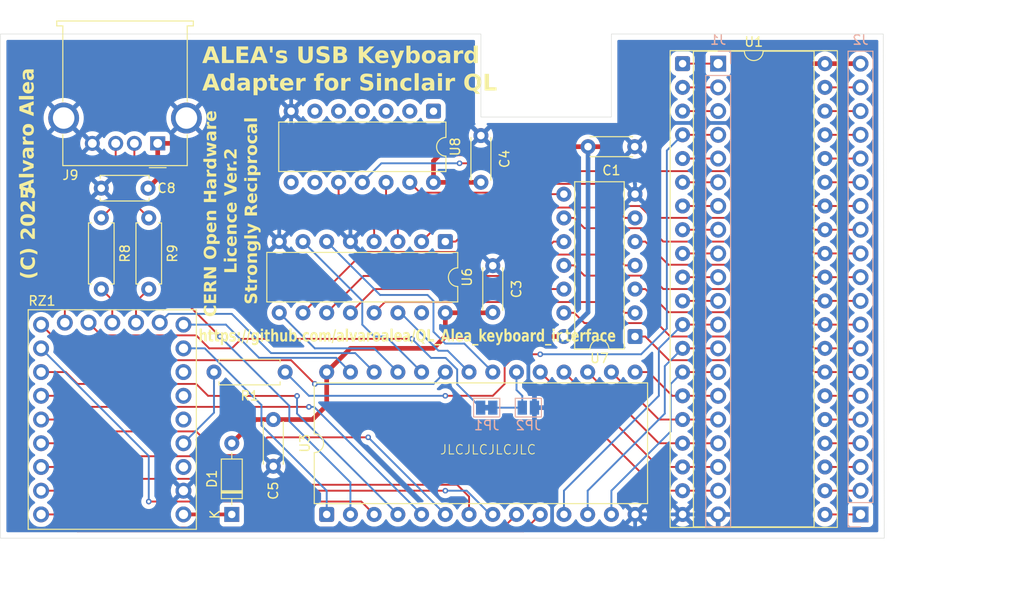
<source format=kicad_pcb>
(kicad_pcb (version 20241229) (generator "pcbnew") (generator_version "9.0")
  (title_block (title "Unknow Keyboard Interface for Sinclair QL") (date "2024-10-09") (rev "0") (company "by Alvaro Alea"))
  (layers (0 "F.Cu" signal) (2 "B.Cu" signal) (13 "F.Paste" user) (15 "B.Paste" user) (5 "F.SilkS" user "F.Silkscreen") (7 "B.SilkS" user "B.Silkscreen") (1 "F.Mask" user) (3 "B.Mask" user) (25 "Edge.Cuts" user))
  (net 0 "")
  (net 1 "GND")
  (net 2 "+5V")
  (net 3 "Net-(J1-Pin_6)")
  (net 4 "Net-(J1-Pin_2)")
  (net 5 "Net-(J1-Pin_8)")
  (net 6 "Net-(J1-Pin_5)")
  (net 7 "Net-(J1-Pin_7)")
  (net 8 "Net-(J1-Pin_1)")
  (net 9 "Net-(J1-Pin_3)")
  (net 10 "Net-(J2-Pin_5)")
  (net 11 "Net-(J2-Pin_2)")
  (net 12 "Net-(J2-Pin_1)")
  (net 13 "Net-(J2-Pin_3)")
  (net 14 "Net-(J2-Pin_6)")
  (net 15 "Net-(J2-Pin_4)")
  (net 16 "/KBI06")
  (net 17 "/KBI01")
  (net 18 "/KBI05")
  (net 19 "/KBI03")
  (net 20 "/KBI04")
  (net 21 "/KBI07")
  (net 22 "/KBI02")
  (net 23 "/KBI00")
  (net 24 "Net-(J2-Pin_18)")
  (net 25 "Net-(J2-Pin_19)")
  (net 26 "Net-(J2-Pin_16)")
  (net 27 "Net-(J2-Pin_15)")
  (net 28 "Net-(J2-Pin_17)")
  (net 29 "Net-(J1-Pin_9)")
  (net 30 "Net-(J1-Pin_11)")
  (net 31 "Net-(J1-Pin_10)")
  (net 32 "/KBO03")
  (net 33 "/KBO02")
  (net 34 "/KBO05")
  (net 35 "/KBO00")
  (net 36 "/KBO07")
  (net 37 "/KBO04")
  (net 38 "/KBO06")
  (net 39 "/KBO01")
  (net 40 "Net-(D1-K)")
  (net 41 "/D_P")
  (net 42 "/D_N")
  (net 43 "Net-(RZ1-GP11)")
  (net 44 "Net-(RZ1-GP12)")
  (net 47 "/R_A15")
  (net 48 "/R_A14")
  (net 49 "/R_A13")
  (net 57 "/R_A6")
  (net 58 "/R_A11")
  (net 59 "/R_A3")
  (net 60 "/R_A0")
  (net 61 "/R_A5")
  (net 62 "/R_A9")
  (net 63 "/R_A4")
  (net 64 "/R_A2")
  (net 65 "/R_A1")
  (net 66 "/R_A10")
  (net 67 "/R_A8")
  (net 68 "/R_A12")
  (net 69 "/R_A7")
  (net 70 "Net-(U6-I7)")
  (net 71 "Net-(U6-I6)")
  (net 72 "Net-(U6-I2)")
  (net 73 "Net-(U6-I3)")
  (net 74 "Net-(U6-I1)")
  (net 75 "Net-(U6-IO)")
  (net 76 "Net-(U6-I4)")
  (net 77 "Net-(U6-I5)")
  (net 78 "/ROM_OE")
  (net 79 "/RESET")
  (net 80 "/ROM_CE")
  (net 81 "Net-(JP1-A)")
  (net 82 "Net-(RZ1-GP29)")
  (footprint "Package_DIP:DIP-14_W7.62mm" (layer "F.Cu") (at 189.235 86.37 -90)
    (property "Reference" "U8")
    (property "Value" "74LS14")
  )
  (footprint "Resistor_THT:R_Axial_DIN0207_L6.3mm_D2.5mm_P7.62mm_Horizontal" (layer "F.Cu") (at 158.75 105.41 90)
    (property "Reference" "R9")
    (property "Value" "22")
  )
  (footprint "Package_DIP:DIP-40_W15.24mm_Socket" (layer "F.Cu") (at 215.9 81.28)
    (property "Reference" "U1")
    (property "Value" "SOCKET 40 PIN")
  )
  (footprint "Package_DIP:DIP-16_W7.62mm" (layer "F.Cu") (at 190.5 100.33 -90)
    (property "Reference" "U6")
    (property "Value" "74LS148")
  )
  (footprint "Capacitor_THT:C_Disc_D4.3mm_W1.9mm_P5.00mm" (layer "F.Cu") (at 172.085 124.38 90)
    (property "Reference" "C5")
    (property "Value" "100n")
  )
  (footprint "Capacitor_THT:C_Disc_D5.0mm_W2.5mm_P5.00mm" (layer "F.Cu") (at 158.67 94.615 180)
    (property "Reference" "C8")
    (property "Value" "100n")
  )
  (footprint "Capacitor_THT:C_Disc_D4.3mm_W1.9mm_P5.00mm" (layer "F.Cu") (at 194.31 93.98 90)
    (property "Reference" "C4")
    (property "Value" "100n")
  )
  (footprint "Diode_THT:D_DO-35_SOD27_P7.62mm_Horizontal" (layer "F.Cu") (at 167.64 129.54 90)
    (property "Reference" "D1")
    (property "Value" "1N4007")
  )
  (footprint "Connector_USB:USB_A_Molex_67643_Horizontal" (layer "F.Cu") (at 159.71 89.815 180)
    (property "Reference" "J9")
    (property "Value" "USB_A")
  )
  (footprint "Capacitor_THT:C_Disc_D4.3mm_W1.9mm_P5.00mm" (layer "F.Cu") (at 205.78 90.17)
    (property "Reference" "C1")
    (property "Value" "100n")
  )
  (footprint "Resistor_THT:R_Axial_DIN0207_L6.3mm_D2.5mm_P7.62mm_Horizontal" (layer "F.Cu") (at 165.735 114.3)
    (property "Reference" "R1")
    (property "Value" "1K")
  )
  (footprint "Capacitor_THT:C_Disc_D4.3mm_W1.9mm_P5.00mm" (layer "F.Cu") (at 195.58 107.91 90)
    (property "Reference" "C3")
    (property "Value" "100n")
  )
  (footprint "8bits:RP2040-Zero" (layer "F.Cu") (at 163.845 107.63 180)
    (property "Reference" "RZ1")
    (property "Value" "RP2040-Zero")
  )
  (footprint "Resistor_THT:R_Axial_DIN0207_L6.3mm_D2.5mm_P7.62mm_Horizontal" (layer "F.Cu") (at 153.67 105.41 90)
    (property "Reference" "R8")
    (property "Value" "22")
  )
  (footprint "Package_DIP:DIP-14_W7.62mm" (layer "F.Cu") (at 210.81 110.495 180)
    (property "Reference" "U7")
    (property "Value" "74LS14")
  )
  (footprint "Package_DIP:DIP-28_W15.24mm" (layer "F.Cu") (at 177.8 129.54 90)
    (property "Reference" "U3")
    (property "Value" "2764")
  )
  (footprint "Connector_PinHeader_2.54mm:PinHeader_1x20_P2.54mm_Vertical" (layer "B.Cu") (at 234.95 129.54)
    (property "Reference" "J2")
    (property "Value" "Turned Pins 1x20")
  )
  (footprint "Jumper:SolderJumper-2_P1.3mm_Open_Pad1.0x1.5mm" (layer "B.Cu") (at 199.39 118.11 180)
    (property "Reference" "JP2")
    (property "Value" "SolderJumper_2_Open")
  )
  (footprint "Connector_PinHeader_2.54mm:PinHeader_1x20_P2.54mm_Vertical" (layer "B.Cu") (at 219.71 81.28 180)
    (property "Reference" "J1")
    (property "Value" "Turned Pins 1x20")
  )
  (footprint "Jumper:SolderJumper-2_P1.3mm_Bridged_Pad1.0x1.5mm" (layer "B.Cu") (at 194.93 118.11 180)
    (property "Reference" "JP1")
    (property "Value" "SolderJumper_2_Bridged")
  )
  (gr_poly (pts (xy 237.49 132.08) (xy 142.875 132.08) (xy 142.875 78.105) (xy 194.31 78.105) (xy 194.31 86.995) (xy 208.28 86.995) (xy 208.28 78.105) (xy 237.3884 78.105)) (stroke (width 0.05)) (fill no) (layer "Edge.Cuts"))
  (gr_text "JLCJLCJLCJLC" (at 189.865 123.19 0) (layer "F.SilkS") (effects (font (size 1 1) (thickness 0.1)) (justify left bottom)))
  (gr_text "(C) 2025" (at 146.812 104.394 90) (layer "F.SilkS") (effects (font (size 1.5 1.5) (thickness 0.25) (bold yes)) (justify left bottom)))
  (gr_text "Alvaro Alea\n" (at 146.685 95.25 90) (layer "F.SilkS") (effects (font (size 1.5 1.5) (thickness 0.25) (bold yes)) (justify left bottom)))
  (gr_text "ALEA's USB Keyboard \nAdapter for Sinclair QL" (at 164.465 84.455 0) (layer "F.SilkS") (effects (font (size 1.75 1.75) (thickness 0.375) (bold yes)) (justify left bottom)))
  (gr_text "https://github.com/alvaroalea/QL_Alea_keyboard_interface" (at 164.084 111.252 0) (layer "F.SilkS") (effects (font (size 1.3 0.97) (thickness 0.1905) (bold yes)) (justify left bottom)))
  (gr_text "CERN Open Hardware \nLicence Ver.2\nStrongly Reciprocal" (at 170.561 97.028 90) (layer "F.SilkS") (effects (font (size 1.3 1.3) (thickness 0.25) (bold yes)) (justify bottom)))
  (segment (start 151.384 91.141) (end 152.71 89.815) (width 0.4) (layer "B.Cu") (net 1))
  (segment (start 222.885 129.54) (end 219.71 129.54) (width 0.4) (layer "B.Cu") (net 1))
  (segment (start 210.78 90.17) (end 212.09 91.48) (width 0.4) (layer "B.Cu") (net 1))
  (segment (start 173.995 86.37) (end 173.995 88.641) (width 0.4) (layer "B.Cu") (net 1))
  (segment (start 162.465 127) (end 163.989 128.524) (width 0.4) (layer "B.Cu") (net 1))
  (segment (start 201.93 130.81) (end 201.93 125.095) (width 0.4) (layer "B.Cu") (net 1))
  (segment (start 198.12 100.37) (end 195.58 102.91) (width 0.4) (layer "B.Cu") (net 1))
  (segment (start 212.09 91.48) (end 212.09 92.075) (width 0.4) (layer "B.Cu") (net 1))
  (segment (start 175.26 131.064) (end 173.355 129.159) (width 0.4) (layer "B.Cu") (net 1))
  (segment (start 174.625 83.312) (end 175.895 83.312) (width 0.4) (layer "B.Cu") (net 1))
  (segment (start 210.78 94.1233) (end 210.78 93.345) (width 0.4) (layer "B.Cu") (net 1))
  (segment (start 151.384 92.329) (end 151.384 91.141) (width 0.4) (layer "B.Cu") (net 1))
  (segment (start 173.355 125.65) (end 172.085 124.38) (width 0.4) (layer "B.Cu") (net 1))
  (segment (start 191.877 86.547) (end 191.877 85.197) (width 0.4) (layer "B.Cu") (net 1))
  (segment (start 168.83 127) (end 165.608 127) (width 0.4) (layer "B.Cu") (net 1))
  (segment (start 173.995 83.942) (end 174.625 83.312) (width 0.4) (layer "B.Cu") (net 1))
  (segment (start 198.12 90.297) (end 200.152 88.265) (width 0.4) (layer "B.Cu") (net 1))
  (segment (start 212.05 92.075) (end 210.78 93.345) (width 0.4) (layer "B.Cu") (net 1))
  (segment (start 198.12 93.345) (end 198.12 100.37) (width 0.4) (layer "B.Cu") (net 1))
  (segment (start 210.78 90.17) (end 208.875 88.265) (width 0.4) (layer "B.Cu") (net 1))
  (segment (start 160.511 84.836) (end 162.78 87.105) (width 0.4) (layer "B.Cu") (net 1))
  (segment (start 172.085 124.38) (end 169.465 127) (width 0.4) (layer "B.Cu") (net 1))
  (segment (start 210.82 129.54) (end 210.82 131.064) (width 0.4) (layer "B.Cu") (net 1))
  (segment (start 208.875 88.265) (end 200.152 88.265) (width 0.4) (layer "B.Cu") (net 1))
  (segment (start 198.12 92.964) (end 198.12 90.297) (width 0.4) (layer "B.Cu") (net 1))
  (segment (start 198.12 92.964) (end 198.12 93.345) (width 0.4) (layer "B.Cu") (net 1))
  (segment (start 198.12 92.79) (end 198.12 93.345) (width 0.4) (layer "B.Cu") (net 1))
  (segment (start 163.989 128.524) (end 164.084 128.524) (width 0.4) (layer "B.Cu") (net 1))
  (segment (start 175.26 131.064) (end 170.3865 131.064) (width 0.4) (layer "B.Cu") (net 1))
  (segment (start 151.5895 88.6945) (end 152.71 89.815) (width 0.4) (layer "B.Cu") (net 1))
  (segment (start 144.78 103.505) (end 153.67 94.615) (width 0.4) (layer "B.Cu") (net 1))
  (segment (start 173.355 129.159) (end 173.355 127.635) (width 0.4) (layer "B.Cu") (net 1))
  (segment (start 215.9 129.54) (end 210.82 129.54) (width 0.4) (layer "B.Cu") (net 1))
  (segment (start 210.82 131.064) (end 203.2 131.064) (width 0.4) (layer "B.Cu") (net 1))
  (segment (start 144.78 130.175) (end 144.78 103.505) (width 0.4) (layer "B.Cu") (net 1))
  (segment (start 172.72 98.044) (end 180.34 98.044) (width 0.4) (layer "B.Cu") (net 1))
  (segment (start 191.877 85.197) (end 189.992 83.312) (width 0.4) (layer "B.Cu") (net 1))
  (segment (start 169.465 127) (end 168.83 127) (width 0.4) (layer "B.Cu") (net 1))
  (segment (start 194.31 88.98) (end 191.877 86.547) (width 0.4) (layer "B.Cu") (net 1))
  (segment (start 153.67 94.615) (end 151.384 92.329) (width 0.4) (layer "B.Cu") (net 1))
  (segment (start 151.909 84.836) (end 160.511 84.836) (width 0.4) (layer "B.Cu") (net 1))
  (segment (start 212.09 92.075) (end 212.05 92.075) (width 0.4) (layer "B.Cu") (net 1))
  (segment (start 210.81 94.1533) (end 210.78 94.1233) (width 0.4) (layer "B.Cu") (net 1))
  (segment (start 166.573 83.312) (end 174.625 83.312) (width 0.4) (layer "B.Cu") (net 1))
  (segment (start 149.64 87.105) (end 151.2295 88.6945) (width 0.4) (layer "B.Cu") (net 1))
  (segment (start 170.3865 131.064) (end 145.669 131.064) (width 0.4) (layer "B.Cu") (net 1))
  (segment (start 149.64 87.105) (end 151.909 84.836) (width 0.4) (layer "B.Cu") (net 1))
  (segment (start 180.34 98.044) (end 180.34 100.33) (width 0.4) (layer "B.Cu") (net 1))
  (segment (start 164.084 128.524) (end 165.608 127) (width 0.4) (layer "B.Cu") (net 1))
  (segment (start 171.704 90.932) (end 171.704 96.012) (width 0.4) (layer "B.Cu") (net 1))
  (segment (start 213.32 87.63) (end 223.52 87.63) (width 0.4) (layer "B.Cu") (net 1))
  (segment (start 200.04 118.11) (end 200.04 116.22) (width 0.4) (layer "B.Cu") (net 1))
  (segment (start 223.52 87.63) (end 223.52 128.905) (width 0.4) (layer "B.Cu") (net 1))
  (segment (start 172.72 98.044) (end 172.72 100.33) (width 0.4) (layer "B.Cu") (net 1))
  (segment (start 171.704 96.012) (end 172.72 97.028) (width 0.4) (layer "B.Cu") (net 1))
  (segment (start 162.78 87.105) (end 166.573 83.312) (width 0.4) (layer "B.Cu") (net 1))
  (segment (start 173.995 86.37) (end 173.995 83.942) (width 0.4) (layer "B.Cu") (net 1))
  (segment (start 194.31 88.98) (end 198.12 92.79) (width 0.4) (layer "B.Cu") (net 1))
  (segment (start 210.78 90.17) (end 213.32 87.63) (width 0.4) (layer "B.Cu") (net 1))
  (segment (start 219.71 129.54) (end 215.9 129.54) (width 0.4) (layer "B.Cu") (net 1))
  (segment (start 173.355 127.635) (end 173.355 125.65) (width 0.4) (layer "B.Cu") (net 1))
  (segment (start 202.565 131.064) (end 175.26 131.064) (width 0.4) (layer "B.Cu") (net 1))
  (segment (start 203.2 131.064) (end 202.565 131.064) (width 0.4) (layer "B.Cu") (net 1))
  (segment (start 172.72 97.028) (end 172.72 98.044) (width 0.4) (layer "B.Cu") (net 1))
  (segment (start 200.04 116.22) (end 199.39 115.57) (width 0.4) (layer "B.Cu") (net 1))
  (segment (start 210.81 95.255) (end 210.81 94.1533) (width 0.4) (layer "B.Cu") (net 1))
  (segment (start 145.669 131.064) (end 144.78 130.175) (width 0.4) (layer "B.Cu") (net 1))
  (segment (start 151.2295 88.6945) (end 151.5895 88.6945) (width 0.4) (layer "B.Cu") (net 1))
  (segment (start 202.565 131.064) (end 202.184 131.064) (width 0.4) (layer "B.Cu") (net 1))
  (segment (start 199.39 106.72) (end 195.58 102.91) (width 0.4) (layer "B.Cu") (net 1))
  (segment (start 200.04 123.205) (end 200.04 118.11) (width 0.4) (layer "B.Cu") (net 1))
  (segment (start 201.93 125.095) (end 200.04 123.205) (width 0.4) (layer "B.Cu") (net 1))
  (segment (start 202.184 131.064) (end 201.93 130.81) (width 0.4) (layer "B.Cu") (net 1))
  (segment (start 189.992 83.312) (end 175.895 83.312) (width 0.4) (layer "B.Cu") (net 1))
  (segment (start 199.39 115.57) (end 199.39 106.72) (width 0.4) (layer "B.Cu") (net 1))
  (segment (start 173.995 88.641) (end 171.704 90.932) (width 0.4) (layer "B.Cu") (net 1))
  (segment (start 223.52 128.905) (end 222.885 129.54) (width 0.4) (layer "B.Cu") (net 1))
  (segment (start 189.23 111.76) (end 180.34 111.76) (width 0.5) (layer "F.Cu") (net 2))
  (segment (start 205.78 90.17) (end 205.105 90.17) (width 0.5) (layer "F.Cu") (net 2))
  (segment (start 229.235 81.28) (end 231.14 81.28) (width 0.5) (layer "F.Cu") (net 2))
  (segment (start 176.276 119.38) (end 177.8 117.856) (width 0.5) (layer "F.Cu") (net 2))
  (segment (start 177.8 117.856) (end 177.8 114.3) (width 0.5) (layer "F.Cu") (net 2))
  (segment (start 161.925 89.815) (end 159.71 89.815) (width 0.5) (layer "F.Cu") (net 2))
  (segment (start 205.78 90.17) (end 207.645 90.17) (width 0.5) (layer "F.Cu") (net 2))
  (segment (start 190.002 90.932) (end 189.235 91.699) (width 0.5) (layer "F.Cu") (net 2))
  (segment (start 190.5 107.95) (end 195.58 107.95) (width 0.5) (layer "F.Cu") (net 2))
  (segment (start 167.64 121.92) (end 170.18 119.38) (width 0.5) (layer "F.Cu") (net 2))
  (segment (start 205.78 90.17) (end 197.358 90.17) (width 0.5) (layer "F.Cu") (net 2))
  (segment (start 207.645 90.17) (end 212.4075 85.4075) (width 0.5) (layer "F.Cu") (net 2))
  (segment (start 159.71 93.575) (end 158.67 94.615) (width 0.5) (layer "F.Cu") (net 2))
  (segment (start 159.71 89.815) (end 159.71 93.575) (width 0.5) (layer "F.Cu") (net 2))
  (segment (start 197.358 90.17) (end 196.596 90.932) (width 0.5) (layer "F.Cu") (net 2))
  (segment (start 231.14 81.28) (end 234.95 81.28) (width 0.5) (layer "F.Cu") (net 2))
  (segment (start 196.596 90.932) (end 191.77 90.932) (width 0.5) (layer "F.Cu") (net 2))
  (segment (start 227.33 79.375) (end 229.235 81.28) (width 0.5) (layer "F.Cu") (net 2))
  (segment (start 161.925 89.815) (end 163.042 90.932) (width 0.5) (layer "F.Cu") (net 2))
  (segment (start 170.18 119.38) (end 176.276 119.38) (width 0.5) (layer "F.Cu") (net 2))
  (segment (start 189.235 93.99) (end 189.235 91.699) (width 0.5) (layer "F.Cu") (net 2))
  (segment (start 212.4075 85.4075) (end 212.4075 80.9625) (width 0.5) (layer "F.Cu") (net 2))
  (segment (start 180.34 111.76) (end 177.8 114.3) (width 0.5) (layer "F.Cu") (net 2))
  (segment (start 189.235 93.99) (end 194.3 93.99) (width 0.5) (layer "F.Cu") (net 2))
  (segment (start 213.995 79.375) (end 227.33 79.375) (width 0.5) (layer "F.Cu") (net 2))
  (segment (start 190.5 107.95) (end 190.5 110.49) (width 0.5) (layer "F.Cu") (net 2))
  (segment (start 191.77 90.932) (end 190.002 90.932) (width 0.5) (layer "F.Cu") (net 2))
  (segment (start 189.865 111.125) (end 189.23 111.76) (width 0.5) (layer "F.Cu") (net 2))
  (segment (start 212.4075 80.9625) (end 213.995 79.375) (width 0.5) (layer "F.Cu") (net 2))
  (segment (start 190.495 110.495) (end 189.865 111.125) (width 0.5) (layer "F.Cu") (net 2))
  (segment (start 191.77 90.932) (end 163.042 90.932) (width 0.5) (layer "F.Cu") (net 2))
  (segment (start 190.5 110.49) (end 189.865 111.125) (width 0.5) (layer "F.Cu") (net 2))
  (segment (start 190.495 110.495) (end 203.19 110.495) (width 0.5) (layer "F.Cu") (net 2))
  (segment (start 205.78 107.905) (end 203.19 110.495) (width 0.5) (layer "B.Cu") (net 2))
  (segment (start 205.78 90.17) (end 205.78 107.905) (width 0.5) (layer "B.Cu") (net 2))
  (segment (start 219.71 93.98) (end 215.9 93.98) (width 0.2) (layer "F.Cu") (net 3))
  (segment (start 219.71 83.82) (end 215.9 83.82) (width 0.2) (layer "F.Cu") (net 4))
  (segment (start 219.71 99.06) (end 215.9 99.06) (width 0.2) (layer "F.Cu") (net 5))
  (segment (start 219.71 91.44) (end 215.9 91.44) (width 0.2) (layer "F.Cu") (net 6))
  (segment (start 219.71 96.52) (end 215.9 96.52) (width 0.2) (layer "F.Cu") (net 7))
  (segment (start 219.71 81.28) (end 215.9 81.28) (width 0.2) (layer "F.Cu") (net 8))
  (segment (start 219.71 86.36) (end 215.9 86.36) (width 0.2) (layer "F.Cu") (net 9))
  (segment (start 234.95 119.38) (end 231.14 119.38) (width 0.2) (layer "F.Cu") (net 10))
  (segment (start 234.95 127) (end 231.14 127) (width 0.2) (layer "F.Cu") (net 11))
  (segment (start 234.95 129.54) (end 231.14 129.54) (width 0.2) (layer "F.Cu") (net 12))
  (segment (start 234.95 124.46) (end 231.14 124.46) (width 0.2) (layer "F.Cu") (net 13))
  (segment (start 234.95 116.84) (end 231.14 116.84) (width 0.2) (layer "F.Cu") (net 14))
  (segment (start 234.95 121.92) (end 231.14 121.92) (width 0.2) (layer "F.Cu") (net 15))
  (segment (start 215.9 124.46) (end 213.36 124.46) (width 0.2) (layer "F.Cu") (net 16))
  (segment (start 213.36 124.46) (end 203.2 114.3) (width 0.2) (layer "F.Cu") (net 16))
  (segment (start 219.71 124.46) (end 215.9 124.46) (width 0.2) (layer "F.Cu") (net 16))
  (segment (start 219.71 111.76) (end 215.9 111.76) (width 0.2) (layer "F.Cu") (net 17))
  (segment (start 215.9 111.76) (end 213.995 113.665) (width 0.2) (layer "B.Cu") (net 17))
  (segment (start 213.995 118.745) (end 205.74 127) (width 0.2) (layer "B.Cu") (net 17))
  (segment (start 205.74 127) (end 205.74 129.54) (width 0.2) (layer "B.Cu") (net 17))
  (segment (start 213.995 113.665) (end 213.995 118.745) (width 0.2) (layer "B.Cu") (net 17))
  (segment (start 215.9 121.92) (end 213.36 121.92) (width 0.2) (layer "F.Cu") (net 18))
  (segment (start 219.71 121.92) (end 215.9 121.92) (width 0.2) (layer "F.Cu") (net 18))
  (segment (start 213.36 121.92) (end 205.74 114.3) (width 0.2) (layer "F.Cu") (net 18))
  (segment (start 210.82 114.3) (end 212.2583 114.3) (width 0.2) (layer "F.Cu") (net 19))
  (segment (start 219.71 116.84) (end 215.9 116.84) (width 0.2) (layer "F.Cu") (net 19))
  (segment (start 212.2583 114.3) (end 214.7983 116.84) (width 0.2) (layer "F.Cu") (net 19))
  (segment (start 215.9 116.84) (end 214.7983 116.84) (width 0.2) (layer "F.Cu") (net 19))
  (segment (start 219.71 119.38) (end 215.9 119.38) (width 0.2) (layer "F.Cu") (net 20))
  (segment (start 213.36 119.38) (end 208.28 114.3) (width 0.2) (layer "F.Cu") (net 20))
  (segment (start 215.9 119.38) (end 213.36 119.38) (width 0.2) (layer "F.Cu") (net 20))
  (segment (start 215.9 127) (end 213.36 127) (width 0.2) (layer "F.Cu") (net 21))
  (segment (start 213.36 127) (end 200.66 114.3) (width 0.2) (layer "F.Cu") (net 21))
  (segment (start 219.71 127) (end 215.9 127) (width 0.2) (layer "F.Cu") (net 21))
  (segment (start 219.71 114.3) (end 215.9 114.3) (width 0.2) (layer "F.Cu") (net 22))
  (segment (start 215.9 114.3) (end 214.63 115.57) (width 0.2) (layer "B.Cu") (net 22))
  (segment (start 214.63 120.65) (end 208.28 127) (width 0.2) (layer "B.Cu") (net 22))
  (segment (start 214.63 115.57) (end 214.63 120.65) (width 0.2) (layer "B.Cu") (net 22))
  (segment (start 208.28 127) (end 208.28 129.54) (width 0.2) (layer "B.Cu") (net 22))
  (segment (start 219.71 109.22) (end 215.9 109.22) (width 0.2) (layer "F.Cu") (net 23))
  (segment (start 213.36 116.84) (end 203.2 127) (width 0.2) (layer "B.Cu") (net 23))
  (segment (start 215.9 109.22) (end 213.36 111.76) (width 0.2) (layer "B.Cu") (net 23))
  (segment (start 203.2 127) (end 203.2 129.54) (width 0.2) (layer "B.Cu") (net 23))
  (segment (start 213.36 111.76) (end 213.36 116.84) (width 0.2) (layer "B.Cu") (net 23))
  (segment (start 234.95 86.36) (end 231.14 86.36) (width 0.2) (layer "F.Cu") (net 24))
  (segment (start 234.95 83.82) (end 231.14 83.82) (width 0.2) (layer "F.Cu") (net 25))
  (segment (start 234.95 91.44) (end 231.14 91.44) (width 0.2) (layer "F.Cu") (net 26))
  (segment (start 234.95 93.98) (end 231.14 93.98) (width 0.2) (layer "F.Cu") (net 27))
  (segment (start 234.95 88.9) (end 231.14 88.9) (width 0.2) (layer "F.Cu") (net 28))
  (segment (start 219.71 101.6) (end 215.9 101.6) (width 0.2) (layer "F.Cu") (net 29))
  (segment (start 219.71 106.68) (end 215.9 106.68) (width 0.2) (layer "F.Cu") (net 30))
  (segment (start 219.71 104.14) (end 215.9 104.14) (width 0.2) (layer "F.Cu") (net 31))
  (segment (start 234.95 106.68) (end 231.14 106.68) (width 0.2) (layer "F.Cu") (net 32))
  (segment (start 213.8315 105.41) (end 228.7683 105.41) (width 0.2) (layer "F.Cu") (net 32))
  (segment (start 231.14 106.68) (end 230.0383 106.68) (width 0.2) (layer "F.Cu") (net 32))
  (segment (start 228.7683 105.41) (end 230.0383 106.68) (width 0.2) (layer "F.Cu") (net 32))
  (segment (start 205.3934 103.9767) (end 212.3982 103.9767) (width 0.2) (layer "F.Cu") (net 32))
  (segment (start 203.19 102.875) (end 204.2917 102.875) (width 0.2) (layer "F.Cu") (net 32))
  (segment (start 204.2917 102.875) (end 205.3934 103.9767) (width 0.2) (layer "F.Cu") (net 32))
  (segment (start 212.3982 103.9767) (end 213.8315 105.41) (width 0.2) (layer "F.Cu") (net 32))
  (segment (start 231.14 109.22) (end 230.0383 109.22) (width 0.2) (layer "F.Cu") (net 33))
  (segment (start 214.3867 107.89) (end 228.7083 107.89) (width 0.2) (layer "F.Cu") (net 33))
  (segment (start 234.95 109.22) (end 231.14 109.22) (width 0.2) (layer "F.Cu") (net 33))
  (segment (start 228.7083 107.89) (end 230.0383 109.22) (width 0.2) (layer "F.Cu") (net 33))
  (segment (start 211.9117 105.415) (end 214.3867 107.89) (width 0.2) (layer "F.Cu") (net 33))
  (segment (start 210.81 105.415) (end 211.9117 105.415) (width 0.2) (layer "F.Cu") (net 33))
  (segment (start 204.2917 97.795) (end 205.3934 98.8967) (width 0.2) (layer "F.Cu") (net 34))
  (segment (start 212.3982 98.8967) (end 213.8315 100.33) (width 0.2) (layer "F.Cu") (net 34))
  (segment (start 203.19 97.795) (end 204.2917 97.795) (width 0.2) (layer "F.Cu") (net 34))
  (segment (start 213.8315 100.33) (end 228.7683 100.33) (width 0.2) (layer "F.Cu") (net 34))
  (segment (start 231.14 101.6) (end 230.0383 101.6) (width 0.2) (layer "F.Cu") (net 34))
  (segment (start 234.95 101.6) (end 231.14 101.6) (width 0.2) (layer "F.Cu") (net 34))
  (segment (start 205.3934 98.8967) (end 212.3982 98.8967) (width 0.2) (layer "F.Cu") (net 34))
  (segment (start 228.7683 100.33) (end 230.0383 101.6) (width 0.2) (layer "F.Cu") (net 34))
  (segment (start 231.14 114.3) (end 230.0383 114.3) (width 0.2) (layer "F.Cu") (net 35))
  (segment (start 234.95 114.3) (end 231.14 114.3) (width 0.2) (layer "F.Cu") (net 35))
  (segment (start 214.4467 113.03) (end 228.7683 113.03) (width 0.2) (layer "F.Cu") (net 35))
  (segment (start 211.9117 110.495) (end 214.4467 113.03) (width 0.2) (layer "F.Cu") (net 35))
  (segment (start 228.7683 113.03) (end 230.0383 114.3) (width 0.2) (layer "F.Cu") (net 35))
  (segment (start 210.81 110.495) (end 211.9117 110.495) (width 0.2) (layer "F.Cu") (net 35))
  (segment (start 196.2657 91.948) (end 197.104 92.7863) (width 0.2) (layer "F.Cu") (net 36))
  (segment (start 192.024 91.948) (end 196.2657 91.948) (width 0.2) (layer "F.Cu") (net 36))
  (segment (start 226.3046 92.7863) (end 197.104 92.7863) (width 0.2) (layer "F.Cu") (net 36))
  (segment (start 231.14 96.52) (end 230.0383 96.52) (width 0.2) (layer "F.Cu") (net 36))
  (segment (start 234.95 96.52) (end 231.14 96.52) (width 0.2) (layer "F.Cu") (net 36))
  (segment (start 230.0383 96.52) (end 226.3046 92.7863) (width 0.2) (layer "F.Cu") (net 36))
  (via (at 192.024 91.948) (size 0.6) (drill 0.3) (layers "F.Cu" "B.Cu") (net 36))
  (segment (start 183.657 91.948) (end 192.024 91.948) (width 0.2) (layer "B.Cu") (net 36))
  (segment (start 181.615 93.99) (end 183.657 91.948) (width 0.2) (layer "B.Cu") (net 36))
  (segment (start 234.95 104.14) (end 231.14 104.14) (width 0.2) (layer "F.Cu") (net 37))
  (segment (start 228.7083 102.81) (end 230.0383 104.14) (width 0.2) (layer "F.Cu") (net 37))
  (segment (start 211.9117 100.335) (end 214.3867 102.81) (width 0.2) (layer "F.Cu") (net 37))
  (segment (start 210.81 100.335) (end 211.9117 100.335) (width 0.2) (layer "F.Cu") (net 37))
  (segment (start 231.14 104.14) (end 230.0383 104.14) (width 0.2) (layer "F.Cu") (net 37))
  (segment (start 214.3867 102.81) (end 228.7083 102.81) (width 0.2) (layer "F.Cu") (net 37))
  (segment (start 196.522 94.1503) (end 207.5766 94.1503) (width 0.2) (layer "F.Cu") (net 38))
  (segment (start 228.7683 97.79) (end 230.0383 99.06) (width 0.2) (layer "F.Cu") (net 38))
  (segment (start 211.34 96.525) (end 212.605 97.79) (width 0.2) (layer "F.Cu") (net 38))
  (segment (start 212.605 97.79) (end 228.7683 97.79) (width 0.2) (layer "F.Cu") (net 38))
  (segment (start 186.695 93.99) (end 187.7971 95.0921) (width 0.2) (layer "F.Cu") (net 38))
  (segment (start 234.95 99.06) (end 231.14 99.06) (width 0.2) (layer "F.Cu") (net 38))
  (segment (start 187.7971 95.0921) (end 195.5802 95.0921) (width 0.2) (layer "F.Cu") (net 38))
  (segment (start 195.5802 95.0921) (end 196.522 94.1503) (width 0.2) (layer "F.Cu") (net 38))
  (segment (start 230.0383 99.06) (end 231.14 99.06) (width 0.2) (layer "F.Cu") (net 38))
  (segment (start 209.9513 96.525) (end 211.34 96.525) (width 0.2) (layer "F.Cu") (net 38))
  (segment (start 207.5766 94.1503) (end 209.9513 96.525) (width 0.2) (layer "F.Cu") (net 38))
  (segment (start 204.2917 107.955) (end 205.3934 109.0567) (width 0.2) (layer "F.Cu") (net 39))
  (segment (start 231.14 111.76) (end 230.0383 111.76) (width 0.2) (layer "F.Cu") (net 39))
  (segment (start 213.1593 109.0567) (end 214.5926 110.49) (width 0.2) (layer "F.Cu") (net 39))
  (segment (start 228.7683 110.49) (end 230.0383 111.76) (width 0.2) (layer "F.Cu") (net 39))
  (segment (start 214.5926 110.49) (end 228.7683 110.49) (width 0.2) (layer "F.Cu") (net 39))
  (segment (start 234.95 111.76) (end 231.14 111.76) (width 0.2) (layer "F.Cu") (net 39))
  (segment (start 203.19 107.955) (end 204.2917 107.955) (width 0.2) (layer "F.Cu") (net 39))
  (segment (start 205.3934 109.0567) (end 213.1593 109.0567) (width 0.2) (layer "F.Cu") (net 39))
  (segment (start 162.465 129.54) (end 167.64 129.54) (width 0.4) (layer "F.Cu") (net 40))
  (segment (start 155.21 96.25) (end 153.67 97.79) (width 0.2) (layer "F.Cu") (net 41))
  (segment (start 155.21 89.815) (end 155.21 96.25) (width 0.2) (layer "F.Cu") (net 41))
  (segment (start 157.21 96.25) (end 158.75 97.79) (width 0.2) (layer "F.Cu") (net 42))
  (segment (start 157.21 89.815) (end 157.21 96.25) (width 0.2) (layer "F.Cu") (net 42))
  (segment (start 154.845 106.585) (end 153.67 105.41) (width 0.2) (layer "F.Cu") (net 43))
  (segment (start 154.845 109.01) (end 154.845 106.585) (width 0.2) (layer "F.Cu") (net 43))
  (segment (start 157.385 106.775) (end 158.75 105.41) (width 0.2) (layer "F.Cu") (net 44))
  (segment (start 157.385 109.01) (end 157.385 106.775) (width 0.2) (layer "F.Cu") (net 44))
  (segment (start 164.750635 111.76) (end 162.465 111.76) (width 0.2) (layer "B.Cu") (net 47))
  (segment (start 170.815 117.824365) (end 164.750635 111.76) (width 0.2) (layer "B.Cu") (net 47))
  (segment (start 177.8 127) (end 170.815 120.015) (width 0.2) (layer "B.Cu") (net 47))
  (segment (start 177.8 129.54) (end 177.8 127) (width 0.2) (layer "B.Cu") (net 47))
  (segment (start 170.815 120.015) (end 170.815 117.824365) (width 0.2) (layer "B.Cu") (net 47))
  (segment (start 167.005 109.22) (end 162.465 109.22) (width 0.2) (layer "B.Cu") (net 48))
  (segment (start 180.34 114.3) (end 178.816 112.776) (width 0.2) (layer "B.Cu") (net 48))
  (segment (start 170.561 112.776) (end 167.005 109.22) (width 0.2) (layer "B.Cu") (net 48))
  (segment (start 178.816 112.776) (end 170.561 112.776) (width 0.2) (layer "B.Cu") (net 48))
  (segment (start 171.838 112.268) (end 167.64 108.07) (width 0.2) (layer "B.Cu") (net 49))
  (segment (start 160.865 108.07) (end 159.925 109.01) (width 0.2) (layer "B.Cu") (net 49))
  (segment (start 182.88 114.3) (end 180.848 112.268) (width 0.2) (layer "B.Cu") (net 49))
  (segment (start 180.848 112.268) (end 171.838 112.268) (width 0.2) (layer "B.Cu") (net 49))
  (segment (start 167.64 108.07) (end 160.865 108.07) (width 0.2) (layer "B.Cu") (net 49))
  (segment (start 149.86 114.3) (end 147.225 114.3) (width 0.2) (layer "F.Cu") (net 57))
  (segment (start 165.1 116.84) (end 163.83 115.57) (width 0.2) (layer "F.Cu") (net 57))
  (segment (start 174.625 116.8547) (end 165.735 116.8547) (width 0.2) (layer "F.Cu") (net 57))
  (segment (start 163.83 115.57) (end 151.13 115.57) (width 0.2) (layer "F.Cu") (net 57))
  (segment (start 165.735 116.8547) (end 165.735 116.84) (width 0.2) (layer "F.Cu") (net 57))
  (segment (start 165.735 116.84) (end 165.1 116.84) (width 0.2) (layer "F.Cu") (net 57))
  (segment (start 151.13 115.57) (end 149.86 114.3) (width 0.2) (layer "F.Cu") (net 57))
  (via (at 174.625 116.8547) (size 0.6) (drill 0.3) (layers "F.Cu" "B.Cu") (net 57))
  (segment (start 174.625 116.8547) (end 174.625 118.745) (width 0.2) (layer "B.Cu") (net 57))
  (segment (start 174.625 118.745) (end 185.42 129.54) (width 0.2) (layer "B.Cu") (net 57))
  (segment (start 173.99 113.03) (end 176.53 115.57) (width 0.2) (layer "F.Cu") (net 58))
  (segment (start 151.035 113.03) (end 173.99 113.03) (width 0.2) (layer "F.Cu") (net 58))
  (segment (start 151.035 113.03) (end 147.225 109.22) (width 0.2) (layer "F.Cu") (net 58))
  (via (at 176.53 115.57) (size 0.6) (drill 0.3) (layers "F.Cu" "B.Cu") (net 58))
  (segment (start 189.23 115.57) (end 176.53 115.57) (width 0.2) (layer "B.Cu") (net 58))
  (segment (start 189.23 115.57) (end 190.5 114.3) (width 0.2) (layer "B.Cu") (net 58))
  (segment (start 193.04 129.54) (end 193.04 127.635) (width 0.2) (layer "F.Cu") (net 59))
  (segment (start 191.77 126.365) (end 166.885 126.365) (width 0.2) (layer "F.Cu") (net 59))
  (segment (start 193.04 127.635) (end 191.77 126.365) (width 0.2) (layer "F.Cu") (net 59))
  (segment (start 149.86 121.92) (end 147.225 121.92) (width 0.2) (layer "F.Cu") (net 59))
  (segment (start 163.83 123.31) (end 151.25 123.31) (width 0.2) (layer "F.Cu") (net 59))
  (segment (start 151.25 123.31) (end 149.86 121.92) (width 0.2) (layer "F.Cu") (net 59))
  (segment (start 166.885 126.365) (end 163.83 123.31) (width 0.2) (layer "F.Cu") (net 59))
  (segment (start 198.86 131.34) (end 200.66 129.54) (width 0.2) (layer "F.Cu") (net 60))
  (segment (start 151.13 131.34) (end 198.86 131.34) (width 0.2) (layer "F.Cu") (net 60))
  (segment (start 147.225 129.54) (end 149.33 129.54) (width 0.2) (layer "F.Cu") (net 60))
  (segment (start 149.33 129.54) (end 151.13 131.34) (width 0.2) (layer "F.Cu") (net 60))
  (segment (start 175.895 118.0244) (end 151.0444 118.0244) (width 0.2) (layer "F.Cu") (net 61))
  (segment (start 149.86 116.84) (end 147.225 116.84) (width 0.2) (layer "F.Cu") (net 61))
  (segment (start 151.0444 118.0244) (end 149.86 116.84) (width 0.2) (layer "F.Cu") (net 61))
  (via (at 175.895 118.0244) (size 0.6) (drill 0.3) (layers "F.Cu" "B.Cu") (net 61))
  (segment (start 176.4444 118.0244) (end 187.96 129.54) (width 0.2) (layer "B.Cu") (net 61))
  (segment (start 175.895 118.0244) (end 176.4444 118.0244) (width 0.2) (layer "B.Cu") (net 61))
  (segment (start 184.15 110.49) (end 187.96 114.3) (width 0.2) (layer "B.Cu") (net 62))
  (segment (start 181.61 109.22) (end 182.88 110.49) (width 0.2) (layer "B.Cu") (net 62))
  (segment (start 175.26 100.33) (end 181.61 106.68) (width 0.2) (layer "B.Cu") (net 62))
  (segment (start 181.61 106.68) (end 181.61 109.22) (width 0.2) (layer "B.Cu") (net 62))
  (segment (start 182.88 110.49) (end 184.15 110.49) (width 0.2) (layer "B.Cu") (net 62))
  (segment (start 149.86 119.38) (end 147.225 119.38) (width 0.2) (layer "F.Cu") (net 63))
  (segment (start 163.83 120.65) (end 151.13 120.65) (width 0.2) (layer "F.Cu") (net 63))
  (segment (start 169.545 123.19) (end 166.37 123.19) (width 0.2) (layer "F.Cu") (net 63))
  (segment (start 182.245 121.285) (end 171.45 121.285) (width 0.2) (layer "F.Cu") (net 63))
  (segment (start 171.45 121.285) (end 169.545 123.19) (width 0.2) (layer "F.Cu") (net 63))
  (segment (start 166.37 123.19) (end 163.83 120.65) (width 0.2) (layer "F.Cu") (net 63))
  (segment (start 151.13 120.65) (end 149.86 119.38) (width 0.2) (layer "F.Cu") (net 63))
  (via (at 182.245 121.285) (size 0.6) (drill 0.3) (layers "F.Cu" "B.Cu") (net 63))
  (segment (start 182.245 121.285) (end 190.5 129.54) (width 0.2) (layer "B.Cu") (net 63))
  (segment (start 151.13 125.73) (end 149.86 124.46) (width 0.2) (layer "F.Cu") (net 64))
  (segment (start 149.86 124.46) (end 147.225 124.46) (width 0.2) (layer "F.Cu") (net 64))
  (segment (start 190.5 127) (end 165.1 127) (width 0.2) (layer "F.Cu") (net 64))
  (segment (start 165.1 127) (end 163.83 125.73) (width 0.2) (layer "F.Cu") (net 64))
  (segment (start 163.83 125.73) (end 151.13 125.73) (width 0.2) (layer "F.Cu") (net 64))
  (via (at 190.5 127) (size 0.6) (drill 0.3) (layers "F.Cu" "B.Cu") (net 64))
  (segment (start 192.786 127) (end 195.326 129.54) (width 0.2) (layer "B.Cu") (net 64))
  (segment (start 190.5 127) (end 192.786 127) (width 0.2) (layer "B.Cu") (net 64))
  (segment (start 198.12 129.54) (end 196.72 130.94) (width 0.2) (layer "F.Cu") (net 65))
  (segment (start 147.225 127) (end 149.73 127) (width 0.2) (layer "F.Cu") (net 65))
  (segment (start 196.72 130.94) (end 153.67 130.94) (width 0.2) (layer "F.Cu") (net 65))
  (segment (start 149.73 127) (end 153.67 130.94) (width 0.2) (layer "F.Cu") (net 65))
  (segment (start 195.58 114.3) (end 192.532 111.252) (width 0.2) (layer "B.Cu") (net 66))
  (segment (start 183.515 106.045) (end 177.8 100.33) (width 0.2) (layer "B.Cu") (net 66))
  (segment (start 192.532 111.252) (end 190.5 111.252) (width 0.2) (layer "B.Cu") (net 66))
  (segment (start 188.595 106.045) (end 183.515 106.045) (width 0.2) (layer "B.Cu") (net 66))
  (segment (start 189.23 109.982) (end 189.23 106.68) (width 0.2) (layer "B.Cu") (net 66))
  (segment (start 190.5 111.252) (end 189.23 109.982) (width 0.2) (layer "B.Cu") (net 66))
  (segment (start 189.23 106.68) (end 188.595 106.045) (width 0.2) (layer "B.Cu") (net 66))
  (segment (start 172.72 107.95) (end 176.53 111.76) (width 0.2) (layer "B.Cu") (net 67))
  (segment (start 176.53 111.76) (end 182.88 111.76) (width 0.2) (layer "B.Cu") (net 67))
  (segment (start 182.88 111.76) (end 185.42 114.3) (width 0.2) (layer "B.Cu") (net 67))
  (segment (start 166.37 110.49) (end 159.385 103.505) (width 0.2) (layer "F.Cu") (net 68))
  (segment (start 149.765 106.14) (end 149.765 109.01) (width 0.2) (layer "F.Cu") (net 68))
  (segment (start 159.385 103.505) (end 152.4 103.505) (width 0.2) (layer "F.Cu") (net 68))
  (segment (start 152.4 103.505) (end 149.765 106.14) (width 0.2) (layer "F.Cu") (net 68))
  (via (at 166.37 110.49) (size 0.6) (drill 0.3) (layers "F.Cu" "B.Cu") (net 68))
  (segment (start 166.37 110.49) (end 173.7995 117.9195) (width 0.2) (layer "B.Cu") (net 68))
  (segment (start 180.34 126.111) (end 180.34 129.54) (width 0.2) (layer "B.Cu") (net 68))
  (segment (start 173.7995 117.9195) (end 173.7995 119.5705) (width 0.2) (layer "B.Cu") (net 68))
  (segment (start 173.7995 119.5705) (end 180.34 126.111) (width 0.2) (layer "B.Cu") (net 68))
  (segment (start 181.4998 128.1598) (end 182.88 129.54) (width 0.2) (layer "F.Cu") (net 69))
  (segment (start 158.75 128.1598) (end 181.4998 128.1598) (width 0.2) (layer "F.Cu") (net 69))
  (via (at 158.75 128.1598) (size 0.6) (drill 0.3) (layers "F.Cu" "B.Cu") (net 69))
  (segment (start 158.75 123.285) (end 158.75 128.1598) (width 0.2) (layer "B.Cu") (net 69))
  (segment (start 147.225 111.76) (end 158.75 123.285) (width 0.2) (layer "B.Cu") (net 69))
  (segment (start 182.88 100.33) (end 182.88 99.06) (width 0.2) (layer "F.Cu") (net 70))
  (segment (start 182.88 99.06) (end 179.075 95.255) (width 0.2) (layer "F.Cu") (net 70))
  (segment (start 179.075 95.255) (end 179.075 93.99) (width 0.2) (layer "F.Cu") (net 70))
  (segment (start 184.155 93.99) (end 184.155 97.795) (width 0.2) (layer "F.Cu") (net 71))
  (segment (start 185.42 99.06) (end 185.42 100.33) (width 0.2) (layer "F.Cu") (net 71))
  (segment (start 184.155 97.795) (end 185.42 99.06) (width 0.2) (layer "F.Cu") (net 71))
  (segment (start 182.8749 105.4151) (end 202.0883 105.4151) (width 0.2) (layer "F.Cu") (net 72))
  (segment (start 202.0883 105.4151) (end 202.0883 105.415) (width 0.2) (layer "F.Cu") (net 72))
  (segment (start 180.34 107.95) (end 182.8749 105.4151) (width 0.2) (layer "F.Cu") (net 72))
  (segment (start 202.0883 105.415) (end 203.19 105.415) (width 0.2) (layer "F.Cu") (net 72))
  (segment (start 209.7083 107.955) (end 210.81 107.955) (width 0.2) (layer "F.Cu") (net 73))
  (segment (start 208.5565 106.8032) (end 209.7083 107.955) (width 0.2) (layer "F.Cu") (net 73))
  (segment (start 182.88 107.95) (end 184.0268 106.8032) (width 0.2) (layer "F.Cu") (net 73))
  (segment (start 184.0268 106.8032) (end 208.5565 106.8032) (width 0.2) (layer "F.Cu") (net 73))
  (segment (start 202.2058 101.7209) (end 208.5542 101.7209) (width 0.2) (layer "F.Cu") (net 74))
  (segment (start 209.7083 102.875) (end 210.81 102.875) (width 0.2) (layer "F.Cu") (net 74))
  (segment (start 208.5542 101.7209) (end 209.7083 102.875) (width 0.2) (layer "F.Cu") (net 74))
  (segment (start 181.7383 104.0117) (end 199.915 104.0117) (width 0.2) (layer "F.Cu") (net 74))
  (segment (start 199.915 104.0117) (end 202.2058 101.7209) (width 0.2) (layer "F.Cu") (net 74))
  (segment (start 177.8 107.95) (end 181.7383 104.0117) (width 0.2) (layer "F.Cu") (net 74))
  (segment (start 202.0883 100.335) (end 203.19 100.335) (width 0.2) (layer "F.Cu") (net 75))
  (segment (start 200.9866 101.4367) (end 202.0883 100.335) (width 0.2) (layer "F.Cu") (net 75))
  (segment (start 175.26 107.95) (end 181.7733 101.4367) (width 0.2) (layer "F.Cu") (net 75))
  (segment (start 181.7733 101.4367) (end 200.9866 101.4367) (width 0.2) (layer "F.Cu") (net 75))
  (segment (start 208.597 96.6837) (end 195.248 96.6837) (width 0.2) (layer "F.Cu") (net 76))
  (segment (start 190.5 100.33) (end 191.6017 100.33) (width 0.2) (layer "F.Cu") (net 76))
  (segment (start 209.7083 97.795) (end 208.597 96.6837) (width 0.2) (layer "F.Cu") (net 76))
  (segment (start 210.81 97.795) (end 209.7083 97.795) (width 0.2) (layer "F.Cu") (net 76))
  (segment (start 195.248 96.6837) (end 191.6017 100.33) (width 0.2) (layer "F.Cu") (net 76))
  (segment (start 192.6333 95.6567) (end 197.485 95.6567) (width 0.2) (layer "F.Cu") (net 77))
  (segment (start 203.19 95.255) (end 197.8867 95.255) (width 0.2) (layer "F.Cu") (net 77))
  (segment (start 187.96 100.33) (end 192.6333 95.6567) (width 0.2) (layer "F.Cu") (net 77))
  (segment (start 197.8867 95.255) (end 197.485 95.6567) (width 0.2) (layer "F.Cu") (net 77))
  (segment (start 189.769635 112.014) (end 190.754 112.014) (width 0.2) (layer "B.Cu") (net 78))
  (segment (start 193.04 114.3) (end 190.754 112.014) (width 0.2) (layer "B.Cu") (net 78))
  (segment (start 185.705635 107.95) (end 189.769635 112.014) (width 0.2) (layer "B.Cu") (net 78))
  (segment (start 190.5 116.84) (end 195.58 116.84) (width 0.2) (layer "F.Cu") (net 79))
  (segment (start 196.85 113.665) (end 196.85 115.57) (width 0.2) (layer "F.Cu") (net 79))
  (segment (start 198.12 112.395) (end 196.85 113.665) (width 0.2) (layer "F.Cu") (net 79))
  (segment (start 219.71 88.9) (end 215.9 88.9) (width 0.2) (layer "F.Cu") (net 79))
  (segment (start 195.58 116.84) (end 196.85 115.57) (width 0.2) (layer "F.Cu") (net 79))
  (segment (start 200.66 112.395) (end 198.12 112.395) (width 0.2) (layer "F.Cu") (net 79))
  (via (at 190.5 116.84) (size 0.6) (drill 0.3) (layers "F.Cu" "B.Cu") (net 79))
  (via (at 200.66 112.395) (size 0.6) (drill 0.3) (layers "F.Cu" "B.Cu") (net 79))
  (segment (start 215.9 88.9) (end 214.2153 90.5847) (width 0.2) (layer "B.Cu") (net 79))
  (segment (start 214.2153 109.6347) (end 211.455 112.395) (width 0.2) (layer "B.Cu") (net 79))
  (segment (start 214.2153 90.5847) (end 214.2153 109.6347) (width 0.2) (layer "B.Cu") (net 79))
  (segment (start 211.455 112.395) (end 200.66 112.395) (width 0.2) (layer "B.Cu") (net 79))
  (segment (start 173.355 114.3) (end 175.895 116.84) (width 0.2) (layer "B.Cu") (net 79))
  (segment (start 175.895 116.84) (end 190.5 116.84) (width 0.2) (layer "B.Cu") (net 79))
  (segment (start 186.9307 110.744) (end 168.656 110.744) (width 0.2) (layer "F.Cu") (net 80))
  (segment (start 153.665 110.37) (end 152.305 109.01) (width 0.2) (layer "F.Cu") (net 80))
  (segment (start 168.656 110.744) (end 167.64 111.76) (width 0.2) (layer "F.Cu") (net 80))
  (segment (start 165.22 111.76) (end 163.83 110.37) (width 0.2) (layer "F.Cu") (net 80))
  (segment (start 163.83 110.37) (end 153.665 110.37) (width 0.2) (layer "F.Cu") (net 80))
  (segment (start 167.64 111.76) (end 165.22 111.76) (width 0.2) (layer "F.Cu") (net 80))
  (via (at 186.9307 110.744) (size 0.6) (drill 0.3) (layers "F.Cu" "B.Cu") (net 80))
  (segment (start 190.538285 112.78265) (end 191.77 114.014364) (width 0.2) (layer "B.Cu") (net 80))
  (segment (start 191.77 114.014364) (end 191.77 115.6) (width 0.2) (layer "B.Cu") (net 80))
  (segment (start 186.9307 110.744) (end 188.96935 112.78265) (width 0.2) (layer "B.Cu") (net 80))
  (segment (start 188.96935 112.78265) (end 190.538285 112.78265) (width 0.2) (layer "B.Cu") (net 80))
  (segment (start 191.77 115.6) (end 194.28 118.11) (width 0.2) (layer "B.Cu") (net 80))
  (segment (start 195.58 118.11) (end 198.74 118.11) (width 0.2) (layer "B.Cu") (net 81))
  (segment (start 198.12 116.22) (end 198.74 116.84) (width 0.2) (layer "B.Cu") (net 81))
  (segment (start 198.74 118.11) (end 198.74 116.84) (width 0.2) (layer "B.Cu") (net 81))
  (segment (start 198.12 114.3) (end 198.12 116.22) (width 0.2) (layer "B.Cu") (net 81))
  (segment (start 162.465 121.92) (end 165.735 118.65) (width 0.2) (layer "B.Cu") (net 82))
  (segment (start 165.735 118.65) (end 165.735 114.3) (width 0.2) (layer "B.Cu") (net 82))
  (zone (net 1) (net_name "GND") (layer "B.Cu") (connect_pads (clearance 0.5)) (min_thickness 0.25) (fill yes (thermal_gap 0.5) (thermal_bridge_width 0.5))
    (polygon (pts (xy 236.855 78.74) (xy 236.855 131.445) (xy 143.51 131.445) (xy 143.51 78.74) (xy 193.675 78.74) (xy 193.675 87.63) (xy 208.915 87.63) (xy 208.915 78.74)))
  )
)
</source>
